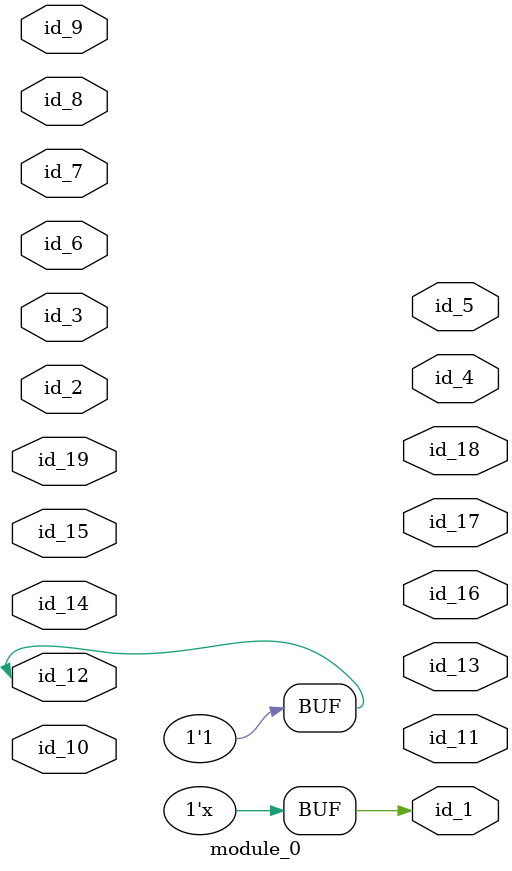
<source format=v>
`timescale 1ps / 1 ps
module module_0 (
    id_1,
    id_2,
    id_3,
    id_4,
    id_5,
    id_6,
    id_7,
    id_8,
    id_9,
    id_10,
    id_11,
    id_12,
    id_13,
    id_14,
    id_15,
    id_16,
    id_17,
    id_18,
    id_19
);
  inout id_19;
  output id_18;
  output id_17;
  output id_16;
  input id_15;
  inout id_14;
  output id_13;
  inout id_12;
  output id_11;
  inout id_10;
  input id_9;
  input id_8;
  input id_7;
  inout id_6;
  output id_5;
  output id_4;
  inout id_3;
  inout id_2;
  output id_1;
  assign id_12 = 1;
  assign id_1  = id_2[1-1'b0];
endmodule

</source>
